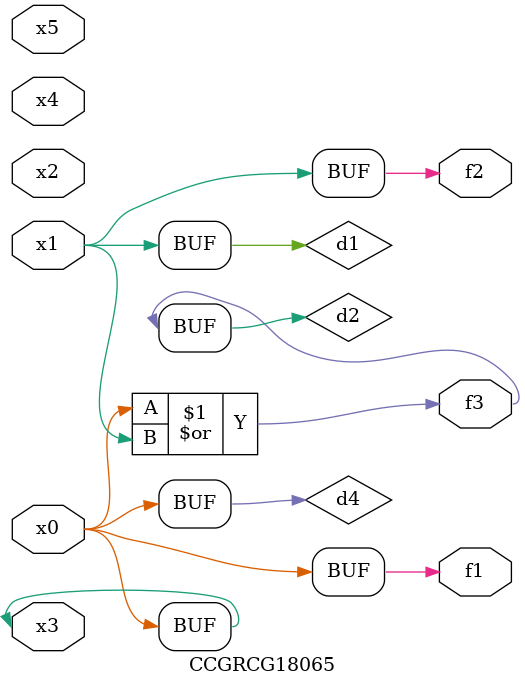
<source format=v>
module CCGRCG18065(
	input x0, x1, x2, x3, x4, x5,
	output f1, f2, f3
);

	wire d1, d2, d3, d4;

	and (d1, x1);
	or (d2, x0, x1);
	nand (d3, x0, x5);
	buf (d4, x0, x3);
	assign f1 = d4;
	assign f2 = d1;
	assign f3 = d2;
endmodule

</source>
